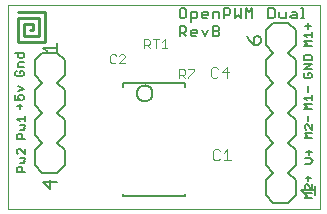
<source format=gto>
G75*
%MOIN*%
%OFA0B0*%
%FSLAX24Y24*%
%IPPOS*%
%LPD*%
%AMOC8*
5,1,8,0,0,1.08239X$1,22.5*
%
%ADD10C,0.0000*%
%ADD11C,0.0060*%
%ADD12C,0.0070*%
%ADD13C,0.0050*%
%ADD14C,0.0100*%
%ADD15C,0.0030*%
D10*
X000150Y000200D02*
X010550Y000200D01*
X010550Y007000D01*
X000150Y007000D01*
X000150Y000200D01*
D11*
X001300Y001400D02*
X001050Y001650D01*
X001050Y002150D01*
X001300Y002400D01*
X001050Y002650D01*
X001050Y003150D01*
X001300Y003400D01*
X001050Y003650D01*
X001050Y004150D01*
X001300Y004400D01*
X001050Y004650D01*
X001050Y005150D01*
X001300Y005400D01*
X001800Y005400D01*
X002050Y005150D01*
X002050Y004650D01*
X001800Y004400D01*
X002050Y004150D01*
X002050Y003650D01*
X001800Y003400D01*
X002050Y003150D01*
X002050Y002650D01*
X001800Y002400D01*
X002050Y002150D01*
X002050Y001650D01*
X001800Y001400D01*
X001300Y001400D01*
X008750Y001150D02*
X008750Y000650D01*
X009000Y000400D01*
X009500Y000400D01*
X009750Y000650D01*
X009750Y001150D01*
X009500Y001400D01*
X009750Y001650D01*
X009750Y002150D01*
X009500Y002400D01*
X009750Y002650D01*
X009750Y003150D01*
X009500Y003400D01*
X009750Y003650D01*
X009750Y004150D01*
X009500Y004400D01*
X009750Y004650D01*
X009750Y005150D01*
X009500Y005400D01*
X009750Y005650D01*
X009750Y006150D01*
X009500Y006400D01*
X009000Y006400D01*
X008750Y006150D01*
X008750Y005650D01*
X009000Y005400D01*
X008750Y005150D01*
X008750Y004650D01*
X009000Y004400D01*
X008750Y004150D01*
X008750Y003650D01*
X009000Y003400D01*
X008750Y003150D01*
X008750Y002650D01*
X009000Y002400D01*
X008750Y002150D01*
X008750Y001650D01*
X009000Y001400D01*
X008750Y001150D01*
X010040Y000975D02*
X010040Y000888D01*
X010084Y000845D01*
X010040Y000724D02*
X010301Y000724D01*
X010301Y000845D02*
X010127Y001018D01*
X010084Y001018D01*
X010040Y000975D01*
X010171Y001139D02*
X010171Y001313D01*
X010257Y001226D02*
X010084Y001226D01*
X010301Y001018D02*
X010301Y000845D01*
X010127Y000637D02*
X010040Y000724D01*
X010127Y000637D02*
X010040Y000550D01*
X010301Y000550D01*
X010233Y001710D02*
X010060Y001710D01*
X010233Y001710D02*
X010320Y001797D01*
X010233Y001884D01*
X010060Y001884D01*
X010190Y002005D02*
X010190Y002178D01*
X010103Y002092D02*
X010277Y002092D01*
X010301Y002550D02*
X010040Y002550D01*
X010127Y002637D01*
X010040Y002724D01*
X010301Y002724D01*
X010301Y002845D02*
X010127Y003018D01*
X010084Y003018D01*
X010040Y002975D01*
X010040Y002888D01*
X010084Y002845D01*
X010301Y002845D02*
X010301Y003018D01*
X010171Y003139D02*
X010171Y003313D01*
X010285Y003521D02*
X010025Y003521D01*
X010111Y003608D01*
X010025Y003695D01*
X010285Y003695D01*
X010285Y003816D02*
X010285Y003989D01*
X010285Y003903D02*
X010025Y003903D01*
X010111Y003816D01*
X010155Y004111D02*
X010155Y004284D01*
X010237Y004566D02*
X010064Y004566D01*
X010020Y004609D01*
X010020Y004696D01*
X010064Y004739D01*
X010151Y004739D02*
X010151Y004653D01*
X010237Y004566D02*
X010281Y004609D01*
X010281Y004696D01*
X010237Y004739D01*
X010151Y004739D01*
X010281Y004860D02*
X010020Y004860D01*
X010281Y005034D01*
X010020Y005034D01*
X010020Y005155D02*
X010020Y005285D01*
X010064Y005329D01*
X010237Y005329D01*
X010281Y005285D01*
X010281Y005155D01*
X010020Y005155D01*
X010025Y005621D02*
X010111Y005708D01*
X010025Y005795D01*
X010285Y005795D01*
X010285Y005916D02*
X010285Y006089D01*
X010285Y006003D02*
X010025Y006003D01*
X010111Y005916D01*
X010155Y006211D02*
X010155Y006384D01*
X010068Y006297D02*
X010242Y006297D01*
X010285Y005621D02*
X010025Y005621D01*
D12*
X010035Y006551D02*
X009925Y006551D01*
X009980Y006551D02*
X009980Y006881D01*
X009925Y006881D01*
X009777Y006716D02*
X009777Y006551D01*
X009612Y006551D01*
X009557Y006606D01*
X009612Y006661D01*
X009777Y006661D01*
X009777Y006716D02*
X009722Y006771D01*
X009612Y006771D01*
X009409Y006771D02*
X009409Y006551D01*
X009243Y006551D01*
X009188Y006606D01*
X009188Y006771D01*
X009040Y006826D02*
X008985Y006881D01*
X008820Y006881D01*
X008820Y006551D01*
X008985Y006551D01*
X009040Y006606D01*
X009040Y006826D01*
X008304Y006881D02*
X008304Y006551D01*
X008083Y006551D02*
X008083Y006881D01*
X008194Y006771D01*
X008304Y006881D01*
X007935Y006881D02*
X007935Y006551D01*
X007825Y006661D01*
X007715Y006551D01*
X007715Y006881D01*
X007567Y006826D02*
X007567Y006716D01*
X007512Y006661D01*
X007347Y006661D01*
X007347Y006551D02*
X007347Y006881D01*
X007512Y006881D01*
X007567Y006826D01*
X007199Y006716D02*
X007199Y006551D01*
X007199Y006716D02*
X007144Y006771D01*
X006979Y006771D01*
X006979Y006551D01*
X006830Y006661D02*
X006830Y006716D01*
X006775Y006771D01*
X006665Y006771D01*
X006610Y006716D01*
X006610Y006606D01*
X006665Y006551D01*
X006775Y006551D01*
X006830Y006661D02*
X006610Y006661D01*
X006462Y006716D02*
X006462Y006606D01*
X006407Y006551D01*
X006242Y006551D01*
X006242Y006441D02*
X006242Y006771D01*
X006407Y006771D01*
X006462Y006716D01*
X006094Y006606D02*
X006039Y006551D01*
X005929Y006551D01*
X005874Y006606D01*
X005874Y006826D01*
X005929Y006881D01*
X006039Y006881D01*
X006094Y006826D01*
X006094Y006606D01*
X006039Y006281D02*
X005874Y006281D01*
X005874Y005951D01*
X005874Y006061D02*
X006039Y006061D01*
X006094Y006116D01*
X006094Y006226D01*
X006039Y006281D01*
X006242Y006116D02*
X006297Y006171D01*
X006407Y006171D01*
X006462Y006116D01*
X006462Y006061D01*
X006242Y006061D01*
X006242Y006006D02*
X006242Y006116D01*
X006242Y006006D02*
X006297Y005951D01*
X006407Y005951D01*
X006610Y006171D02*
X006720Y005951D01*
X006830Y006171D01*
X006979Y006116D02*
X007144Y006116D01*
X007199Y006061D01*
X007199Y006006D01*
X007144Y005951D01*
X006979Y005951D01*
X006979Y006281D01*
X007144Y006281D01*
X007199Y006226D01*
X007199Y006171D01*
X007144Y006116D01*
X006094Y005951D02*
X005984Y006061D01*
D13*
X008125Y005975D02*
X008200Y005825D01*
X008350Y005675D01*
X008350Y005900D01*
X008425Y005975D01*
X008500Y005975D01*
X008575Y005900D01*
X008575Y005750D01*
X008500Y005675D01*
X008350Y005675D01*
X006047Y004394D02*
X006047Y004256D01*
X006047Y004394D02*
X004000Y004394D01*
X004000Y004256D01*
X004445Y004051D02*
X004447Y004083D01*
X004453Y004114D01*
X004462Y004145D01*
X004475Y004174D01*
X004492Y004201D01*
X004511Y004226D01*
X004534Y004249D01*
X004559Y004268D01*
X004586Y004285D01*
X004615Y004298D01*
X004646Y004307D01*
X004677Y004313D01*
X004709Y004315D01*
X004741Y004313D01*
X004772Y004307D01*
X004803Y004298D01*
X004832Y004285D01*
X004859Y004268D01*
X004884Y004249D01*
X004907Y004226D01*
X004926Y004201D01*
X004943Y004174D01*
X004956Y004145D01*
X004965Y004114D01*
X004971Y004083D01*
X004973Y004051D01*
X004971Y004019D01*
X004965Y003988D01*
X004956Y003957D01*
X004943Y003928D01*
X004926Y003901D01*
X004907Y003876D01*
X004884Y003853D01*
X004859Y003834D01*
X004832Y003817D01*
X004803Y003804D01*
X004772Y003795D01*
X004741Y003789D01*
X004709Y003787D01*
X004677Y003789D01*
X004646Y003795D01*
X004615Y003804D01*
X004586Y003817D01*
X004559Y003834D01*
X004534Y003853D01*
X004511Y003876D01*
X004492Y003901D01*
X004475Y003928D01*
X004462Y003957D01*
X004453Y003988D01*
X004447Y004019D01*
X004445Y004051D01*
X001775Y005415D02*
X001775Y005715D01*
X001775Y005565D02*
X001325Y005565D01*
X001475Y005415D01*
X000675Y005394D02*
X000675Y005259D01*
X000630Y005214D01*
X000540Y005214D01*
X000495Y005259D01*
X000495Y005394D01*
X000405Y005394D02*
X000675Y005394D01*
X000675Y005100D02*
X000540Y005100D01*
X000495Y005055D01*
X000495Y004920D01*
X000675Y004920D01*
X000630Y004805D02*
X000540Y004805D01*
X000540Y004715D01*
X000450Y004625D02*
X000630Y004625D01*
X000675Y004670D01*
X000675Y004760D01*
X000630Y004805D01*
X000450Y004805D02*
X000405Y004760D01*
X000405Y004670D01*
X000450Y004625D01*
X000495Y004294D02*
X000675Y004204D01*
X000495Y004114D01*
X000540Y004000D02*
X000495Y003955D01*
X000495Y003910D01*
X000540Y003820D01*
X000405Y003820D01*
X000405Y004000D01*
X000540Y004000D02*
X000630Y004000D01*
X000675Y003955D01*
X000675Y003865D01*
X000630Y003820D01*
X000540Y003705D02*
X000540Y003525D01*
X000450Y003615D02*
X000630Y003615D01*
X000725Y003294D02*
X000725Y003114D01*
X000725Y003204D02*
X000455Y003204D01*
X000545Y003114D01*
X000545Y003000D02*
X000680Y003000D01*
X000725Y002955D01*
X000680Y002910D01*
X000725Y002865D01*
X000680Y002820D01*
X000545Y002820D01*
X000500Y002705D02*
X000590Y002705D01*
X000635Y002660D01*
X000635Y002525D01*
X000725Y002525D02*
X000455Y002525D01*
X000455Y002660D01*
X000500Y002705D01*
X000500Y002194D02*
X000455Y002149D01*
X000455Y002059D01*
X000500Y002014D01*
X000545Y001900D02*
X000680Y001900D01*
X000725Y001855D01*
X000680Y001810D01*
X000725Y001765D01*
X000680Y001720D01*
X000545Y001720D01*
X000500Y001605D02*
X000590Y001605D01*
X000635Y001560D01*
X000635Y001425D01*
X000725Y001425D02*
X000455Y001425D01*
X000455Y001560D01*
X000500Y001605D01*
X000725Y002014D02*
X000545Y002194D01*
X000500Y002194D01*
X000725Y002194D02*
X000725Y002014D01*
X001550Y001165D02*
X001550Y000865D01*
X001325Y001090D01*
X001775Y001090D01*
X004000Y000693D02*
X004000Y000638D01*
X006047Y000638D01*
X006047Y000693D01*
X009925Y000825D02*
X010375Y000825D01*
X010375Y000675D02*
X010375Y000975D01*
X010075Y000675D02*
X009925Y000825D01*
D14*
X001400Y005750D02*
X000500Y005750D01*
X000500Y006550D01*
X001200Y006550D01*
X001200Y005950D01*
X000700Y005950D01*
X000700Y006350D01*
X001000Y006350D01*
X001000Y006150D01*
X000900Y006150D01*
X001400Y005750D02*
X001400Y006750D01*
X000500Y006750D01*
D15*
X003565Y005307D02*
X003565Y005113D01*
X003613Y005065D01*
X003710Y005065D01*
X003758Y005113D01*
X003860Y005065D02*
X004053Y005258D01*
X004053Y005307D01*
X004005Y005355D01*
X003908Y005355D01*
X003860Y005307D01*
X003758Y005307D02*
X003710Y005355D01*
X003613Y005355D01*
X003565Y005307D01*
X003860Y005065D02*
X004053Y005065D01*
X004689Y005566D02*
X004689Y005856D01*
X004834Y005856D01*
X004883Y005808D01*
X004883Y005711D01*
X004834Y005663D01*
X004689Y005663D01*
X004786Y005663D02*
X004883Y005566D01*
X005080Y005566D02*
X005080Y005856D01*
X004984Y005856D02*
X005177Y005856D01*
X005278Y005760D02*
X005375Y005856D01*
X005375Y005566D01*
X005278Y005566D02*
X005472Y005566D01*
X005865Y004855D02*
X006010Y004855D01*
X006058Y004807D01*
X006058Y004710D01*
X006010Y004662D01*
X005865Y004662D01*
X005962Y004662D02*
X006058Y004565D01*
X006160Y004565D02*
X006160Y004613D01*
X006353Y004807D01*
X006353Y004855D01*
X006160Y004855D01*
X005865Y004855D02*
X005865Y004565D01*
X006915Y004627D02*
X006977Y004565D01*
X007100Y004565D01*
X007162Y004627D01*
X007283Y004750D02*
X007530Y004750D01*
X007468Y004565D02*
X007468Y004935D01*
X007283Y004750D01*
X007162Y004874D02*
X007100Y004935D01*
X006977Y004935D01*
X006915Y004874D01*
X006915Y004627D01*
X007040Y002185D02*
X006978Y002124D01*
X006978Y001877D01*
X007040Y001815D01*
X007164Y001815D01*
X007225Y001877D01*
X007347Y001815D02*
X007594Y001815D01*
X007470Y001815D02*
X007470Y002185D01*
X007347Y002062D01*
X007225Y002124D02*
X007164Y002185D01*
X007040Y002185D01*
M02*

</source>
